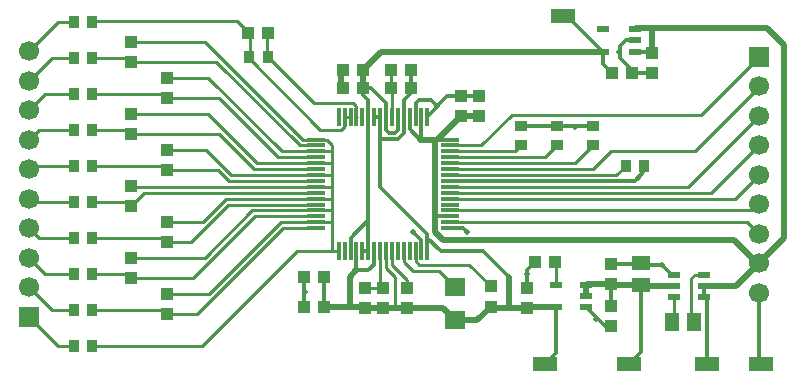
<source format=gbr>
G04 Generated by Ultiboard 14.2 *
%FSLAX24Y24*%
%MOIN*%

%ADD10C,0.0001*%
%ADD11C,0.0100*%
%ADD12C,0.0125*%
%ADD13C,0.0200*%
%ADD14R,0.0374X0.0394*%
%ADD15C,0.0669*%
%ADD16R,0.0669X0.0669*%
%ADD17R,0.0394X0.0433*%
%ADD18R,0.0591X0.0118*%
%ADD19R,0.0118X0.0591*%
%ADD20R,0.0394X0.0374*%
%ADD21R,0.0433X0.0394*%
%ADD22R,0.0787X0.0472*%
%ADD23R,0.0512X0.0591*%
%ADD24R,0.0433X0.0236*%
%ADD25R,0.0591X0.0512*%
%ADD26R,0.0413X0.0236*%
%ADD27R,0.0709X0.0630*%
%ADD28C,0.0200*%


G04 ColorRGB 00FF00 for the following layer *
%LNCopper Top*%
%LPD*%
G54D10*
G54D11*
X3378Y2400D02*
X2407Y3371D01*
X3885Y2400D02*
X3378Y2400D01*
X4515Y2400D02*
X8168Y2400D01*
X11324Y5556D01*
X3162Y3600D02*
X2407Y4355D01*
X3885Y3600D02*
X3162Y3600D01*
X4515Y3600D02*
X6865Y3600D01*
X8000Y3465D02*
X7000Y3465D01*
X6865Y3600D02*
X7000Y3465D01*
X10856Y6321D02*
X8000Y3465D01*
X8400Y4135D02*
X7000Y4135D01*
X10786Y6520D02*
X8400Y4135D01*
X2946Y4800D02*
X2407Y5339D01*
X3885Y4800D02*
X2946Y4800D01*
X4515Y4800D02*
X5665Y4800D01*
X7865Y4665D02*
X5800Y4665D01*
X5665Y4800D02*
X5800Y4665D01*
X8264Y5335D02*
X5800Y5335D01*
X9917Y6717D02*
X7865Y4665D01*
X9843Y6914D02*
X8264Y5335D01*
X2730Y6000D02*
X2407Y6324D01*
X3885Y6000D02*
X2730Y6000D01*
X4515Y6000D02*
X6865Y6000D01*
X7800Y5865D02*
X7000Y5865D01*
X6865Y6000D02*
X7000Y5865D01*
X9046Y7111D02*
X7800Y5865D01*
X11324Y5556D02*
X12724Y5556D01*
X12500Y5556D02*
X12500Y9100D01*
X8200Y6535D02*
X7000Y6535D01*
X8973Y7308D02*
X8200Y6535D01*
X11956Y6717D02*
X9917Y6717D01*
X9843Y6914D02*
X12486Y6914D01*
X10786Y6520D02*
X12480Y6520D01*
X10856Y6321D02*
X11956Y6321D01*
X3885Y7200D02*
X2515Y7200D01*
X2407Y7308D01*
X4515Y7200D02*
X5665Y7200D01*
X6239Y7505D02*
X5800Y7065D01*
X5665Y7200D02*
X5800Y7065D01*
X5833Y7702D02*
X5800Y7735D01*
X11956Y7505D02*
X6239Y7505D01*
X5833Y7702D02*
X12498Y7702D01*
X11956Y7111D02*
X9046Y7111D01*
X8973Y7308D02*
X12492Y7308D01*
X2515Y8400D02*
X2407Y8292D01*
X3885Y8400D02*
X2515Y8400D01*
X4515Y8400D02*
X6865Y8400D01*
X7000Y8265D02*
X6865Y8400D01*
X8700Y8265D02*
X7000Y8265D01*
X9139Y8095D02*
X8300Y8935D01*
X9067Y7898D02*
X8700Y8265D01*
X9908Y8292D02*
X8735Y9465D01*
X10011Y8489D02*
X8365Y10135D01*
X9139Y8095D02*
X12495Y8095D01*
X11956Y7898D02*
X9067Y7898D01*
X11956Y8292D02*
X9908Y8292D01*
X10011Y8489D02*
X12489Y8489D01*
X16444Y8489D02*
X20604Y8489D01*
X16444Y8095D02*
X21980Y8095D01*
X20604Y8489D02*
X21200Y9085D01*
X21980Y8095D02*
X22285Y8400D01*
X2730Y9600D02*
X2407Y9276D01*
X8300Y8935D02*
X7000Y8935D01*
X10817Y8883D02*
X8365Y11335D01*
X10714Y8686D02*
X8735Y10665D01*
X8635Y11865D02*
X11420Y9080D01*
X8265Y12535D02*
X11524Y9276D01*
X11956Y8686D02*
X10714Y8686D01*
X10817Y8883D02*
X12483Y8883D01*
X11956Y9080D02*
X11420Y9080D01*
X11524Y9276D02*
X12324Y9276D01*
X12500Y9100D01*
X16444Y8686D02*
X19601Y8686D01*
X16444Y8883D02*
X18598Y8883D01*
X18800Y9085D01*
X19601Y8686D02*
X20000Y9085D01*
X3885Y9600D02*
X2730Y9600D01*
X4515Y9600D02*
X5665Y9600D01*
X8735Y9465D02*
X5800Y9465D01*
X5665Y9600D02*
X5800Y9465D01*
X8365Y10135D02*
X5800Y10135D01*
X9720Y11980D02*
X12100Y9600D01*
X12800Y9600D01*
X12920Y9720D02*
X12800Y9600D01*
X12920Y10044D02*
X12920Y9720D01*
X12920Y10044D02*
X13117Y10044D01*
X13314Y10044D02*
X13314Y10386D01*
X2946Y10800D02*
X2407Y10261D01*
X3885Y10800D02*
X2946Y10800D01*
X4515Y10800D02*
X6865Y10800D01*
X7000Y10665D01*
X8735Y10665D02*
X7000Y10665D01*
X11885Y10500D02*
X10350Y12035D01*
X13200Y10500D02*
X11885Y10500D01*
X13314Y10386D02*
X13200Y10500D01*
X3162Y12000D02*
X2407Y11245D01*
X8365Y11335D02*
X7000Y11335D01*
X3378Y13200D02*
X2407Y12229D01*
X3885Y12000D02*
X3162Y12000D01*
X4515Y12000D02*
X5665Y12000D01*
X5800Y11865D02*
X8635Y11865D01*
X5665Y12000D02*
X5800Y11865D01*
X9720Y12035D02*
X9720Y11980D01*
X3885Y13200D02*
X3378Y13200D01*
X4532Y13217D02*
X9318Y13217D01*
X5800Y12535D02*
X8265Y12535D01*
X9752Y12784D02*
X9318Y13217D01*
X23888Y3262D02*
X23826Y3200D01*
X24474Y3300D02*
X24574Y3200D01*
X23888Y4026D02*
X23888Y3262D01*
X24474Y3300D02*
X24474Y4648D01*
X19956Y4444D02*
X19956Y5178D01*
X24474Y4648D02*
X24600Y4774D01*
X24912Y4774D02*
X24574Y4774D01*
X19956Y5178D02*
X19935Y5200D01*
X19956Y5200D01*
X16444Y6520D02*
X26336Y6520D01*
X26725Y6131D01*
X16444Y7308D02*
X25933Y7308D01*
X26725Y8100D01*
X16444Y7505D02*
X25146Y7505D01*
X26725Y9084D01*
X16444Y7702D02*
X24358Y7702D01*
X26725Y10069D01*
X16444Y8292D02*
X21192Y8292D01*
X26725Y11053D02*
X26725Y11025D01*
X24600Y8900D01*
X21800Y8900D01*
X21192Y8292D01*
X16444Y9080D02*
X17480Y9080D01*
X18500Y10100D01*
X24788Y10100D01*
X26725Y12037D01*
X14889Y5556D02*
X14889Y5211D01*
X15283Y5556D02*
X15283Y5217D01*
X15400Y5100D02*
X17080Y5100D01*
X15283Y5217D02*
X15400Y5100D01*
X17080Y5100D02*
X17800Y4380D01*
X15200Y4900D02*
X16051Y4900D01*
X16600Y4351D01*
X14889Y5211D02*
X15200Y4900D01*
X13600Y4335D02*
X14200Y4335D01*
X14102Y4433D02*
X14102Y5556D01*
X14102Y4433D02*
X14200Y4335D01*
X14298Y5556D02*
X14298Y5002D01*
X14600Y4700D01*
X14600Y3683D01*
X14495Y5556D02*
X14495Y5105D01*
X15000Y4600D01*
X15000Y4335D01*
X14465Y11600D02*
X14465Y11000D01*
X14495Y10044D02*
X14495Y10970D01*
X14465Y11000D01*
X13600Y4250D02*
X13600Y4335D01*
X9752Y12067D02*
X9752Y12784D01*
X4532Y13217D02*
X4515Y13200D01*
X14517Y10949D02*
X14495Y10970D01*
X16444Y9083D02*
X16444Y9080D01*
X13314Y10044D02*
X13317Y10044D01*
X10350Y11918D02*
X10350Y12035D01*
X10285Y11918D02*
X10350Y11918D01*
X10318Y12064D02*
X10318Y12806D01*
X10318Y12064D02*
X10348Y12035D01*
X10318Y12806D02*
X10348Y12835D01*
X10370Y12835D01*
X26526Y6917D02*
X16444Y6917D01*
X16444Y6914D01*
X26725Y7116D02*
X26526Y6917D01*
G54D12*
X19031Y3696D02*
X19000Y3665D01*
X19956Y3696D02*
X19956Y2156D01*
X17544Y5556D02*
X18400Y4700D01*
X19956Y2156D02*
X19600Y1800D01*
X17544Y5556D02*
X16120Y5556D01*
X15676Y6000D01*
X14700Y9300D02*
X14102Y9300D01*
X13905Y10044D02*
X14102Y10044D01*
X14889Y9489D02*
X14700Y9300D01*
X22800Y4426D02*
X22800Y2200D01*
X22826Y4400D02*
X22800Y4426D01*
X22800Y2200D02*
X22400Y1800D01*
X21800Y4465D02*
X21800Y3735D01*
X21839Y4426D02*
X21800Y4465D01*
X21001Y4465D02*
X20980Y4444D01*
X14298Y9602D02*
X14400Y9500D01*
X14592Y9500D01*
X14692Y9600D01*
X14692Y10044D02*
X14692Y9592D01*
X26725Y5147D02*
X26653Y5147D01*
X24912Y4400D02*
X24912Y4026D01*
X23158Y12958D02*
X23200Y13000D01*
X22588Y12210D02*
X23121Y12210D01*
X23158Y12174D01*
X16444Y7898D02*
X22598Y7898D01*
X22915Y8215D01*
X22915Y8400D01*
X21611Y3065D02*
X20980Y3696D01*
X19000Y4335D02*
X19000Y4935D01*
X19265Y5200D02*
X19000Y4935D01*
X23826Y4774D02*
X23500Y5100D01*
X22874Y5100D01*
X16876Y6324D02*
X17000Y6200D01*
X16444Y6324D02*
X16876Y6324D01*
X18800Y9715D02*
X21200Y9715D01*
X22100Y12000D02*
X22100Y12400D01*
X21800Y3065D02*
X21611Y3065D01*
X23888Y4774D02*
X23826Y4774D01*
X22874Y5100D02*
X22800Y5174D01*
X21800Y5135D02*
X22761Y5135D01*
X22800Y5174D01*
X22284Y12584D02*
X22100Y12400D01*
X22100Y12000D02*
X22492Y11608D01*
X22588Y12584D02*
X22284Y12584D01*
X22492Y11608D02*
X22492Y11485D01*
X23138Y11485D01*
X23158Y11504D01*
X14102Y7698D02*
X15676Y6124D01*
X15676Y5556D02*
X15676Y6124D01*
X14102Y10044D02*
X14102Y7698D01*
X15480Y5556D02*
X15480Y5920D01*
X15200Y6200D01*
X12235Y3700D02*
X12235Y4700D01*
X11565Y4700D02*
X11565Y3700D01*
X12269Y3665D02*
X12235Y3700D01*
X13565Y3700D02*
X13600Y3665D01*
X13314Y5556D02*
X13314Y4914D01*
X13905Y5556D02*
X13905Y5105D01*
X13714Y4914D01*
X13314Y4914D01*
X14965Y3700D02*
X15000Y3665D01*
X16444Y6717D02*
X15934Y6717D01*
X15086Y9614D02*
X15440Y9260D01*
X15086Y9614D02*
X15086Y10044D01*
X13511Y5556D02*
X13649Y5556D01*
X13117Y5556D02*
X13117Y6009D01*
X13708Y6600D01*
X21525Y12210D02*
X21525Y11782D01*
X21823Y11485D01*
X15283Y10044D02*
X15283Y10483D01*
X15400Y10600D01*
X15800Y10600D01*
X16000Y10400D01*
X15480Y10044D02*
X15480Y9280D01*
X20200Y13400D02*
X20335Y13400D01*
X21525Y12210D01*
X16444Y9276D02*
X16011Y9276D01*
X16335Y10735D02*
X16000Y10400D01*
X16000Y10368D01*
X15676Y10044D01*
X16335Y10735D02*
X17400Y10735D01*
X14889Y9489D02*
X14889Y10589D01*
X15135Y10835D01*
X15135Y11600D01*
X14298Y9602D02*
X14298Y10502D01*
X13800Y11000D01*
X13483Y11000D02*
X13800Y11000D01*
X13708Y5556D02*
X13708Y10592D01*
X13708Y10592D02*
X13535Y10765D01*
X13535Y11000D01*
X21499Y12183D02*
X21525Y12210D01*
X21750Y11485D02*
X21823Y11485D01*
X13600Y3665D02*
X13600Y3583D01*
X14200Y3583D02*
X14200Y3665D01*
X16600Y3249D02*
X16600Y3083D01*
X16600Y3417D02*
X16600Y3249D01*
X22709Y12958D02*
X22750Y12917D01*
X22588Y12958D02*
X22709Y12958D01*
X26725Y1875D02*
X26725Y4163D01*
X26725Y1875D02*
X26800Y1800D01*
X24912Y4026D02*
X25000Y3938D01*
X25000Y1800D01*
G54D13*
X25978Y4400D02*
X27578Y6000D01*
X27578Y12422D01*
X27000Y13000D01*
X22630Y13000D01*
X23158Y12083D02*
X23158Y12958D01*
X24912Y4400D02*
X25978Y4400D01*
X23888Y4400D02*
X22826Y4400D01*
X22800Y4426D02*
X21839Y4426D01*
X21800Y4465D02*
X21001Y4465D01*
X26653Y5147D02*
X25883Y5917D01*
X16183Y5917D02*
X25883Y5917D01*
X15917Y9260D02*
X15440Y9260D01*
X19000Y3665D02*
X17846Y3665D01*
X19956Y3696D02*
X19031Y3696D01*
X18400Y4700D02*
X18400Y3665D01*
X12235Y3700D02*
X13565Y3700D01*
X13600Y3665D02*
X16183Y3665D01*
X16600Y3249D01*
X17338Y3249D02*
X17800Y3711D01*
X20980Y4444D02*
X20980Y4070D01*
X15917Y6700D02*
X15917Y9200D01*
X15917Y9276D02*
X16011Y9276D01*
X16800Y10065D01*
X17400Y10065D01*
X12800Y11065D02*
X12800Y11600D01*
X21525Y12210D02*
X14144Y12210D01*
X13535Y11600D01*
X13535Y11600D02*
X13535Y11000D01*
X13314Y4914D02*
X13100Y4700D01*
X13100Y3700D01*
X16600Y3249D02*
X17338Y3249D01*
X15917Y6717D02*
X15917Y6183D01*
X16183Y5917D01*
G54D14*
X3885Y2400D03*
X4515Y2400D03*
X3885Y3600D03*
X4515Y3600D03*
X3885Y4800D03*
X4515Y4800D03*
X3885Y6000D03*
X4515Y6000D03*
X3885Y7200D03*
X4515Y7200D03*
X3885Y8400D03*
X4515Y8400D03*
X22285Y8400D03*
X22915Y8400D03*
X3885Y9600D03*
X4515Y9600D03*
X3885Y10800D03*
X4515Y10800D03*
X3885Y12000D03*
X4515Y12000D03*
X9720Y12035D03*
X10350Y12035D03*
X3885Y13200D03*
X4515Y13200D03*
G54D15*
X2407Y4355D03*
X2407Y5339D03*
X2407Y6324D03*
X2407Y7308D03*
X2407Y8292D03*
X2407Y9276D03*
X2407Y10261D03*
X2407Y11245D03*
X2407Y12229D03*
X26725Y11053D03*
X26725Y10069D03*
X26725Y9084D03*
X26725Y8100D03*
X26725Y7116D03*
X26725Y6131D03*
X26725Y5147D03*
X26725Y4163D03*
G54D16*
X2407Y3371D03*
X26725Y12037D03*
G54D17*
X7000Y3465D03*
X7000Y4135D03*
X5800Y4665D03*
X5800Y5335D03*
X7000Y5865D03*
X7000Y6535D03*
X5800Y7065D03*
X5800Y7735D03*
X7000Y8265D03*
X7000Y8935D03*
X5800Y9465D03*
X5800Y10135D03*
X7000Y10665D03*
X7000Y11335D03*
X5800Y11865D03*
X5800Y12535D03*
X19000Y3665D03*
X19000Y4335D03*
X21800Y4465D03*
X21800Y5135D03*
X23158Y11504D03*
X23158Y12174D03*
X17400Y10065D03*
X17400Y10735D03*
X16800Y10065D03*
X16800Y10735D03*
X15000Y3665D03*
X15000Y4335D03*
X17800Y3711D03*
X17800Y4380D03*
X21800Y3735D03*
X21800Y3065D03*
X13600Y3665D03*
X13600Y4335D03*
X14200Y3665D03*
X14200Y4335D03*
G54D18*
X11956Y9276D03*
X11956Y7898D03*
X11956Y7702D03*
X11956Y6324D03*
X11956Y7505D03*
X11956Y7308D03*
X11956Y7111D03*
X11956Y6914D03*
X11956Y6717D03*
X11956Y6520D03*
X11956Y9080D03*
X11956Y8883D03*
X11956Y8686D03*
X11956Y8489D03*
X11956Y8292D03*
X11956Y8095D03*
X16444Y9276D03*
X16444Y7898D03*
X16444Y7702D03*
X16444Y6324D03*
X16444Y7505D03*
X16444Y7308D03*
X16444Y7111D03*
X16444Y6914D03*
X16444Y6717D03*
X16444Y6520D03*
X16444Y9080D03*
X16444Y8883D03*
X16444Y8686D03*
X16444Y8489D03*
X16444Y8292D03*
X16444Y8095D03*
G54D19*
X15086Y5556D03*
X13511Y5556D03*
X12724Y5556D03*
X12920Y5556D03*
X13117Y5556D03*
X13314Y5556D03*
X14102Y5556D03*
X14298Y5556D03*
X13708Y5556D03*
X13905Y5556D03*
X14495Y5556D03*
X14692Y5556D03*
X14889Y5556D03*
X15676Y5556D03*
X15283Y5556D03*
X15480Y5556D03*
X15086Y10044D03*
X13511Y10044D03*
X12724Y10044D03*
X12920Y10044D03*
X13117Y10044D03*
X13314Y10044D03*
X14102Y10044D03*
X14298Y10044D03*
X13708Y10044D03*
X13905Y10044D03*
X14495Y10044D03*
X14692Y10044D03*
X14889Y10044D03*
X15676Y10044D03*
X15283Y10044D03*
X15480Y10044D03*
G54D20*
X18800Y9085D03*
X18800Y9715D03*
X20000Y9085D03*
X20000Y9715D03*
X21200Y9085D03*
X21200Y9715D03*
G54D21*
X9700Y12835D03*
X10370Y12835D03*
X19265Y5200D03*
X19935Y5200D03*
X21823Y11485D03*
X22492Y11485D03*
X14465Y11000D03*
X15135Y11000D03*
X14465Y11600D03*
X15135Y11600D03*
X12865Y11000D03*
X13535Y11000D03*
X12865Y11600D03*
X13535Y11600D03*
X11565Y3700D03*
X12235Y3700D03*
X11565Y4700D03*
X12235Y4700D03*
G54D22*
X20200Y13400D03*
X19600Y1800D03*
X22400Y1800D03*
X25000Y1800D03*
X26800Y1800D03*
G54D23*
X23826Y3200D03*
X24574Y3200D03*
G54D24*
X19956Y3696D03*
X20980Y3696D03*
X19956Y4444D03*
X20980Y4444D03*
X20980Y4070D03*
X23888Y4400D03*
X23888Y4026D03*
X23888Y4774D03*
X24912Y4400D03*
X24912Y4026D03*
X24912Y4774D03*
G54D25*
X22800Y4426D03*
X22800Y5174D03*
G54D26*
X21525Y12210D03*
X22588Y12210D03*
X21525Y12958D03*
X22588Y12584D03*
X22588Y12958D03*
G54D27*
X16600Y3249D03*
X16600Y4351D03*
G54D28*
X20600Y9700D03*
X23500Y5100D03*
X11600Y4200D03*
X22700Y8000D03*
X17000Y6200D03*
X16000Y10400D03*
X15200Y6200D03*
X22058Y12185D03*
X21300Y3300D03*
X19000Y4800D03*
X12800Y11300D03*

M02*

</source>
